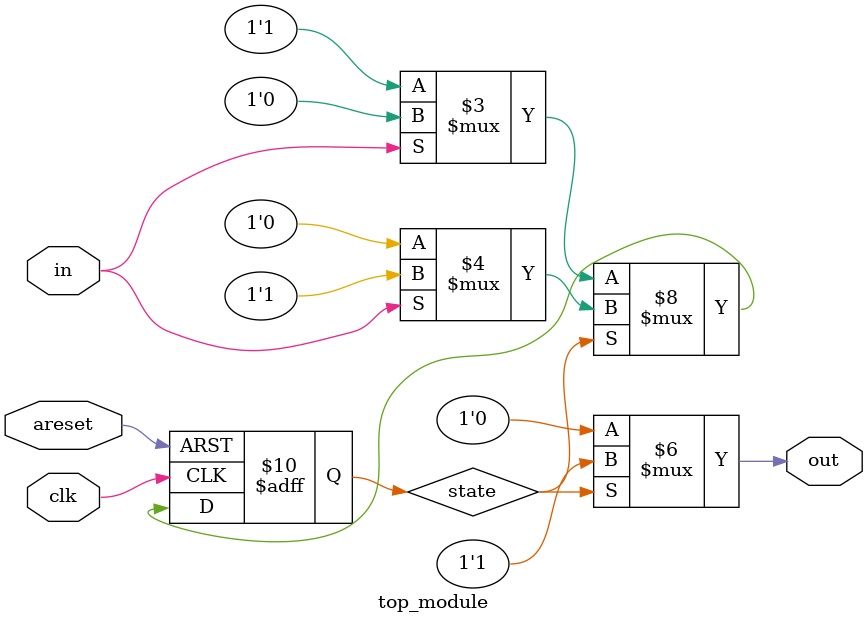
<source format=sv>
module top_module (
	input clk,
	input in,
	input areset,
	output out
);

reg state;
always @(posedge clk or posedge areset) begin
	if (areset)
		state <= 1'b0;
	else begin
		if (state == 1'b0)
			state <= (in) ? 1'b0 : 1'b1;
		else
			state <= (in) ? 1'b1 : 1'b0;
	end
end

assign out = (state == 1'b1) ? 1'b1 : 1'b0;

endmodule

</source>
